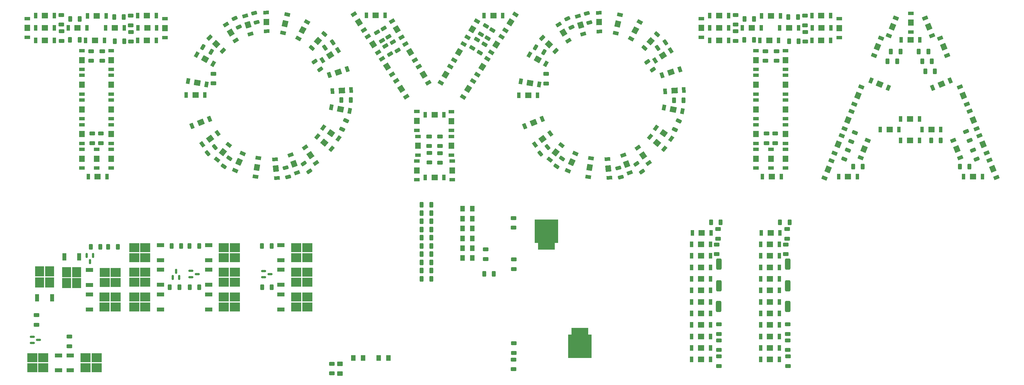
<source format=gbr>
%TF.GenerationSoftware,KiCad,Pcbnew,(6.0.0)*%
%TF.CreationDate,2022-05-15T11:53:32-07:00*%
%TF.ProjectId,Stencil,5374656e-6369-46c2-9e6b-696361645f70,rev?*%
%TF.SameCoordinates,Original*%
%TF.FileFunction,Paste,Top*%
%TF.FilePolarity,Positive*%
%FSLAX46Y46*%
G04 Gerber Fmt 4.6, Leading zero omitted, Abs format (unit mm)*
G04 Created by KiCad (PCBNEW (6.0.0)) date 2022-05-15 11:53:32*
%MOMM*%
%LPD*%
G01*
G04 APERTURE LIST*
G04 Aperture macros list*
%AMRoundRect*
0 Rectangle with rounded corners*
0 $1 Rounding radius*
0 $2 $3 $4 $5 $6 $7 $8 $9 X,Y pos of 4 corners*
0 Add a 4 corners polygon primitive as box body*
4,1,4,$2,$3,$4,$5,$6,$7,$8,$9,$2,$3,0*
0 Add four circle primitives for the rounded corners*
1,1,$1+$1,$2,$3*
1,1,$1+$1,$4,$5*
1,1,$1+$1,$6,$7*
1,1,$1+$1,$8,$9*
0 Add four rect primitives between the rounded corners*
20,1,$1+$1,$2,$3,$4,$5,0*
20,1,$1+$1,$4,$5,$6,$7,0*
20,1,$1+$1,$6,$7,$8,$9,0*
20,1,$1+$1,$8,$9,$2,$3,0*%
%AMRotRect*
0 Rectangle, with rotation*
0 The origin of the aperture is its center*
0 $1 length*
0 $2 width*
0 $3 Rotation angle, in degrees counterclockwise*
0 Add horizontal line*
21,1,$1,$2,0,0,$3*%
%AMFreePoly0*
4,1,21,3.042426,3.042426,3.060000,3.000000,3.060000,-4.000000,3.042426,-4.042426,3.000000,-4.060000,2.060000,-4.060000,2.060000,-6.000000,2.042426,-6.042426,2.000000,-6.060000,-3.000000,-6.060000,-3.042426,-6.042426,-3.060000,-6.000000,-3.060000,-4.060000,-4.000000,-4.060000,-4.042426,-4.042426,-4.060000,-4.000000,-4.060000,3.000000,-4.042426,3.042426,-4.000000,3.060000,3.000000,3.060000,
3.042426,3.042426,3.042426,3.042426,$1*%
G04 Aperture macros list end*
%ADD10R,1.900000X1.700000*%
%ADD11R,1.100000X1.700000*%
%ADD12RoundRect,0.425000X0.425000X-1.275000X0.425000X1.275000X-0.425000X1.275000X-0.425000X-1.275000X0*%
%ADD13RoundRect,0.250000X0.625000X-0.312500X0.625000X0.312500X-0.625000X0.312500X-0.625000X-0.312500X0*%
%ADD14RoundRect,0.250000X-0.625000X0.312500X-0.625000X-0.312500X0.625000X-0.312500X0.625000X0.312500X0*%
%ADD15RoundRect,0.250000X0.312500X0.625000X-0.312500X0.625000X-0.312500X-0.625000X0.312500X-0.625000X0*%
%ADD16RotRect,1.900000X1.700000X292.000000*%
%ADD17RotRect,1.100000X1.700000X292.000000*%
%ADD18RoundRect,0.250000X-0.312500X-0.625000X0.312500X-0.625000X0.312500X0.625000X-0.312500X0.625000X0*%
%ADD19RoundRect,0.250000X-0.696554X0.055616X-0.462425X-0.523874X0.696554X-0.055616X0.462425X0.523874X0*%
%ADD20RoundRect,0.250000X-0.462425X0.523874X-0.696554X-0.055616X0.462425X-0.523874X0.696554X0.055616X0*%
%ADD21RotRect,1.900000X1.700000X95.400000*%
%ADD22RotRect,1.100000X1.700000X95.400000*%
%ADD23R,1.700000X1.900000*%
%ADD24R,1.700000X1.100000*%
%ADD25RoundRect,0.250000X0.332727X-0.614470X0.691213X-0.102500X-0.332727X0.614470X-0.691213X0.102500X0*%
%ADD26RotRect,1.900000X1.700000X57.500000*%
%ADD27RotRect,1.100000X1.700000X57.500000*%
%ADD28RoundRect,0.250000X0.684585X-0.140090X0.522823X0.463614X-0.684585X0.140090X-0.522823X-0.463614X0*%
%ADD29RoundRect,0.250000X0.697124X0.047952X0.379912X0.586471X-0.697124X-0.047952X-0.379912X-0.586471X0*%
%ADD30RotRect,1.900000X1.700000X213.000000*%
%ADD31RotRect,1.100000X1.700000X213.000000*%
%ADD32RotRect,1.900000X1.700000X183.600000*%
%ADD33RotRect,1.100000X1.700000X183.600000*%
%ADD34RotRect,1.900000X1.700000X248.000000*%
%ADD35RotRect,1.100000X1.700000X248.000000*%
%ADD36RotRect,1.900000X1.700000X257.100000*%
%ADD37RotRect,1.100000X1.700000X257.100000*%
%ADD38RotRect,1.900000X1.700000X122.500000*%
%ADD39RotRect,1.100000X1.700000X122.500000*%
%ADD40R,2.750000X3.050000*%
%ADD41R,1.200000X2.200000*%
%ADD42RotRect,1.900000X1.700000X286.500000*%
%ADD43RotRect,1.100000X1.700000X286.500000*%
%ADD44RoundRect,0.250000X-0.102500X0.691213X-0.614470X0.332727X0.102500X-0.691213X0.614470X-0.332727X0*%
%ADD45RotRect,1.900000X1.700000X120.500000*%
%ADD46RotRect,1.100000X1.700000X120.500000*%
%ADD47RoundRect,0.150000X-0.150000X0.587500X-0.150000X-0.587500X0.150000X-0.587500X0.150000X0.587500X0*%
%ADD48RoundRect,0.250001X0.462499X0.624999X-0.462499X0.624999X-0.462499X-0.624999X0.462499X-0.624999X0*%
%ADD49RotRect,1.900000X1.700000X301.200000*%
%ADD50RotRect,1.100000X1.700000X301.200000*%
%ADD51RotRect,1.900000X1.700000X21.900000*%
%ADD52RotRect,1.100000X1.700000X21.900000*%
%ADD53R,3.050000X2.750000*%
%ADD54R,2.200000X1.200000*%
%ADD55RoundRect,0.250000X-0.691213X-0.102500X-0.332727X-0.614470X0.691213X0.102500X0.332727X0.614470X0*%
%ADD56RotRect,1.900000X1.700000X242.400000*%
%ADD57RotRect,1.100000X1.700000X242.400000*%
%ADD58RoundRect,0.250000X0.696554X-0.055616X0.462425X0.523874X-0.696554X0.055616X-0.462425X-0.523874X0*%
%ADD59RotRect,1.900000X1.700000X112.000000*%
%ADD60RotRect,1.100000X1.700000X112.000000*%
%ADD61RotRect,1.900000X1.700000X271.800000*%
%ADD62RotRect,1.100000X1.700000X271.800000*%
%ADD63RotRect,1.900000X1.700000X68.000000*%
%ADD64RotRect,1.100000X1.700000X68.000000*%
%ADD65RotRect,1.900000X1.700000X315.900000*%
%ADD66RotRect,1.100000X1.700000X315.900000*%
%ADD67RoundRect,0.250000X-0.698511X0.019085X-0.434374X-0.547358X0.698511X-0.019085X0.434374X0.547358X0*%
%ADD68RotRect,1.900000X1.700000X350.300000*%
%ADD69RotRect,1.100000X1.700000X350.300000*%
%ADD70RoundRect,0.250000X0.691213X0.102500X0.332727X0.614470X-0.691213X-0.102500X-0.332727X-0.614470X0*%
%ADD71RoundRect,0.250000X0.162353X-0.679649X0.641131X-0.277907X-0.162353X0.679649X-0.641131X0.277907X0*%
%ADD72RotRect,1.900000X1.700000X36.600000*%
%ADD73RotRect,1.100000X1.700000X36.600000*%
%ADD74RoundRect,0.250000X-0.697124X-0.047952X-0.379912X-0.586471X0.697124X0.047952X0.379912X0.586471X0*%
%ADD75RotRect,1.900000X1.700000X330.600000*%
%ADD76RotRect,1.100000X1.700000X330.600000*%
%ADD77RotRect,1.900000X1.700000X80.700000*%
%ADD78RotRect,1.100000X1.700000X80.700000*%
%ADD79RotRect,1.900000X1.700000X144.200000*%
%ADD80RotRect,1.100000X1.700000X144.200000*%
%ADD81FreePoly0,0.000000*%
%ADD82RotRect,1.900000X1.700000X110.100000*%
%ADD83RotRect,1.100000X1.700000X110.100000*%
%ADD84RoundRect,0.150000X-0.587500X-0.150000X0.587500X-0.150000X0.587500X0.150000X-0.587500X0.150000X0*%
%ADD85RotRect,1.900000X1.700000X139.500000*%
%ADD86RotRect,1.100000X1.700000X139.500000*%
%ADD87RotRect,1.900000X1.700000X51.300000*%
%ADD88RotRect,1.100000X1.700000X51.300000*%
%ADD89RotRect,1.900000X1.700000X124.800000*%
%ADD90RotRect,1.100000X1.700000X124.800000*%
%ADD91RotRect,1.900000X1.700000X227.700000*%
%ADD92RotRect,1.100000X1.700000X227.700000*%
%ADD93RotRect,1.900000X1.700000X22.000000*%
%ADD94RotRect,1.100000X1.700000X22.000000*%
%ADD95FreePoly0,180.000000*%
%ADD96RoundRect,0.250000X-0.379912X0.586471X-0.697124X0.047952X0.379912X-0.586471X0.697124X-0.047952X0*%
%ADD97RotRect,1.900000X1.700000X168.900000*%
%ADD98RotRect,1.100000X1.700000X168.900000*%
%ADD99RotRect,1.900000X1.700000X198.300000*%
%ADD100RotRect,1.100000X1.700000X198.300000*%
%ADD101RoundRect,0.250000X0.379912X-0.586471X0.697124X-0.047952X-0.379912X0.586471X-0.697124X0.047952X0*%
%ADD102RoundRect,0.250001X-0.624999X0.462499X-0.624999X-0.462499X0.624999X-0.462499X0.624999X0.462499X0*%
%ADD103RoundRect,0.250000X-0.583133X-0.385016X-0.041867X-0.697516X0.583133X0.385016X0.041867X0.697516X0*%
%ADD104RotRect,1.900000X1.700000X59.500000*%
%ADD105RotRect,1.100000X1.700000X59.500000*%
%ADD106RoundRect,0.150000X0.150000X-0.587500X0.150000X0.587500X-0.150000X0.587500X-0.150000X-0.587500X0*%
%ADD107RotRect,1.900000X1.700000X66.000000*%
%ADD108RotRect,1.100000X1.700000X66.000000*%
%ADD109RotRect,1.900000X1.700000X158.000000*%
%ADD110RotRect,1.100000X1.700000X158.000000*%
%ADD111RoundRect,0.250000X-0.434374X0.547358X-0.698511X-0.019085X0.434374X-0.547358X0.698511X0.019085X0*%
%ADD112RoundRect,0.250000X0.462425X-0.523874X0.696554X0.055616X-0.462425X0.523874X-0.696554X-0.055616X0*%
G04 APERTURE END LIST*
D10*
%TO.C,D152*%
X255833103Y-132191820D03*
D11*
X258683103Y-132191820D03*
X252983103Y-132191820D03*
%TD*%
D12*
%TO.C,wht-*%
X261208103Y-106749999D03*
%TD*%
D13*
%TO.C,R74*%
X261243103Y-127934320D03*
X261243103Y-125009320D03*
%TD*%
D10*
%TO.C,D154*%
X255833103Y-118191820D03*
D11*
X258683103Y-118191820D03*
X252983103Y-118191820D03*
%TD*%
D10*
%TO.C,D149*%
X255833103Y-107691820D03*
D11*
X258683103Y-107691820D03*
X252983103Y-107691820D03*
%TD*%
D10*
%TO.C,D156*%
X255833103Y-104191820D03*
D11*
X258683103Y-104191820D03*
X252983103Y-104191820D03*
%TD*%
D10*
%TO.C,D151*%
X255833103Y-125191820D03*
D11*
X252983103Y-125191820D03*
X258683103Y-125191820D03*
%TD*%
D10*
%TO.C,D155*%
X256033103Y-97191820D03*
D11*
X253183103Y-97191820D03*
X258883103Y-97191820D03*
%TD*%
D10*
%TO.C,D147*%
X255833103Y-114691820D03*
D11*
X258683103Y-114691820D03*
X252983103Y-114691820D03*
%TD*%
D14*
%TO.C,R73*%
X261283103Y-134749320D03*
X261283103Y-137674320D03*
%TD*%
D10*
%TO.C,D153*%
X255833103Y-111191820D03*
D11*
X252983103Y-111191820D03*
X258683103Y-111191820D03*
%TD*%
D10*
%TO.C,D145*%
X255833103Y-135691820D03*
D11*
X258683103Y-135691820D03*
X252983103Y-135691820D03*
%TD*%
D10*
%TO.C,D146*%
X255833103Y-128691820D03*
D11*
X252983103Y-128691820D03*
X258683103Y-128691820D03*
%TD*%
D14*
%TO.C,R75*%
X261003103Y-96066820D03*
X261003103Y-98991820D03*
%TD*%
%TO.C,R76*%
X261253103Y-129891820D03*
X261253103Y-132816820D03*
%TD*%
D12*
%TO.C,amb-*%
X261183103Y-119616820D03*
%TD*%
D14*
%TO.C,R77*%
X260603103Y-100749320D03*
X260603103Y-103674320D03*
%TD*%
D12*
%TO.C,7V+*%
X261218583Y-113301820D03*
%TD*%
D15*
%TO.C,R78*%
X261775603Y-94019999D03*
X258850603Y-94019999D03*
%TD*%
D10*
%TO.C,D150*%
X255833103Y-100691820D03*
D11*
X252983103Y-100691820D03*
X258683103Y-100691820D03*
%TD*%
D10*
%TO.C,D148*%
X255833103Y-121691820D03*
D11*
X252983103Y-121691820D03*
X258683103Y-121691820D03*
%TD*%
D10*
%TO.C,D101*%
X256146908Y-31292962D03*
D11*
X253296908Y-31292962D03*
X258996908Y-31292962D03*
%TD*%
D16*
%TO.C,D139*%
X323570654Y-77740261D03*
D17*
X322503025Y-75097787D03*
X324638283Y-80382735D03*
%TD*%
D12*
%TO.C,7V+*%
X240271167Y-113301820D03*
%TD*%
D18*
%TO.C,R126*%
X149992500Y-101200000D03*
X152917500Y-101200000D03*
%TD*%
D14*
%TO.C,R19*%
X86741908Y-48850462D03*
X86741908Y-51775462D03*
%TD*%
D19*
%TO.C,R64*%
X317521908Y-72092962D03*
X318617632Y-74804975D03*
%TD*%
D13*
%TO.C,R142*%
X169415000Y-105162500D03*
X169415000Y-102237500D03*
%TD*%
D10*
%TO.C,D114*%
X261646908Y-34892962D03*
D11*
X264496908Y-34892962D03*
X258796908Y-34892962D03*
%TD*%
D20*
%TO.C,R62*%
X279521908Y-72092962D03*
X278426183Y-74804975D03*
%TD*%
D21*
%TO.C,D82*%
X206721908Y-77667962D03*
D22*
X206990117Y-80505314D03*
X206453699Y-74830610D03*
%TD*%
D23*
%TO.C,D115*%
X260496908Y-74692962D03*
D24*
X260496908Y-77542962D03*
X260496908Y-71842962D03*
%TD*%
D25*
%TO.C,R24*%
X89878141Y-76963117D03*
X91555852Y-74567098D03*
%TD*%
D26*
%TO.C,D53*%
X168393810Y-46740891D03*
D27*
X166862506Y-49144557D03*
X169925114Y-44337225D03*
%TD*%
D28*
%TO.C,R38*%
X200965936Y-33298510D03*
X200208890Y-30473177D03*
%TD*%
D15*
%TO.C,R61*%
X294464408Y-45112962D03*
X291539408Y-45112962D03*
%TD*%
D29*
%TO.C,R25*%
X139921908Y-37592962D03*
X138437358Y-35072697D03*
%TD*%
D18*
%TO.C,R66*%
X301021908Y-42092962D03*
X303946908Y-42092962D03*
%TD*%
D15*
%TO.C,R67*%
X295464408Y-42112962D03*
X292539408Y-42112962D03*
%TD*%
D30*
%TO.C,D30*%
X122182328Y-43224743D03*
D31*
X124572539Y-41672522D03*
X119792117Y-44776964D03*
%TD*%
D23*
%TO.C,D120*%
X260496908Y-59692962D03*
D24*
X260496908Y-62542962D03*
X260496908Y-56842962D03*
%TD*%
D32*
%TO.C,D31*%
X125728003Y-53945873D03*
D33*
X128572379Y-53766920D03*
X122883627Y-54124826D03*
%TD*%
D34*
%TO.C,D123*%
X276531350Y-70345374D03*
D35*
X277598979Y-67702900D03*
X275463721Y-72987848D03*
%TD*%
D29*
%TO.C,R32*%
X137921908Y-38792962D03*
X136437358Y-36272697D03*
%TD*%
D23*
%TO.C,D106*%
X251596908Y-52192962D03*
D24*
X251596908Y-55042962D03*
X251596908Y-49342962D03*
%TD*%
D10*
%TO.C,D15*%
X66521908Y-38692962D03*
D11*
X69371908Y-38692962D03*
X63671908Y-38692962D03*
%TD*%
D36*
%TO.C,D40*%
X108489223Y-33654525D03*
D37*
X109125486Y-30876456D03*
X107852960Y-36432594D03*
%TD*%
D38*
%TO.C,D49*%
X139490604Y-46689296D03*
D39*
X141021908Y-49092962D03*
X137959300Y-44285630D03*
%TD*%
D40*
%TO.C,Q23*%
X45185000Y-112495000D03*
X42135000Y-112495000D03*
X45185000Y-109145000D03*
X42135000Y-109145000D03*
D41*
X45940000Y-104520000D03*
X41380000Y-104520000D03*
%TD*%
D13*
%TO.C,R143*%
X177935000Y-95645000D03*
X177935000Y-92720000D03*
%TD*%
D11*
%TO.C,D154*%
X232035687Y-118191820D03*
X237735687Y-118191820D03*
D10*
X234885687Y-118191820D03*
%TD*%
D42*
%TO.C,D87*%
X198292567Y-34066247D03*
D43*
X197483123Y-31333611D03*
X199102011Y-36798883D03*
%TD*%
D13*
%TO.C,R74*%
X240295687Y-125009320D03*
X240295687Y-127934320D03*
%TD*%
D14*
%TO.C,R43*%
X187831908Y-48907486D03*
X187831908Y-51832486D03*
%TD*%
D10*
%TO.C,D100*%
X271496908Y-34942962D03*
D11*
X274346908Y-34942962D03*
X268646908Y-34942962D03*
%TD*%
%TO.C,D149*%
X232035687Y-107691820D03*
X237735687Y-107691820D03*
D10*
X234885687Y-107691820D03*
%TD*%
%TO.C,D109*%
X240396908Y-38692962D03*
D11*
X237546908Y-38692962D03*
X243246908Y-38692962D03*
%TD*%
D38*
%TO.C,D61*%
X135192207Y-39942164D03*
D39*
X136723511Y-42345830D03*
X133660903Y-37538498D03*
%TD*%
D23*
%TO.C,D70*%
X148871908Y-70742962D03*
D24*
X148871908Y-67892962D03*
X148871908Y-73592962D03*
%TD*%
D44*
%TO.C,R21*%
X122965006Y-39281961D03*
X120568987Y-40959672D03*
%TD*%
D23*
%TO.C,D9*%
X46721908Y-67192962D03*
D24*
X46721908Y-70042962D03*
X46721908Y-64342962D03*
%TD*%
D45*
%TO.C,D51*%
X150575424Y-49137319D03*
D46*
X152021908Y-51592962D03*
X149128940Y-46681676D03*
%TD*%
D13*
%TO.C,R50*%
X266476908Y-34135462D03*
X266476908Y-31210462D03*
%TD*%
D47*
%TO.C,Q24*%
X50135000Y-104082500D03*
X48235000Y-104082500D03*
X49185000Y-105957500D03*
%TD*%
D14*
%TO.C,R148*%
X177955000Y-105277500D03*
X177955000Y-108202500D03*
%TD*%
D10*
%TO.C,D144*%
X298371908Y-69092962D03*
D11*
X295521908Y-69092962D03*
X301221908Y-69092962D03*
%TD*%
D48*
%TO.C,D207*%
X165410000Y-92880000D03*
X162435000Y-92880000D03*
%TD*%
D11*
%TO.C,D152*%
X232035687Y-132191820D03*
X237735687Y-132191820D03*
D10*
X234885687Y-132191820D03*
%TD*%
%TO.C,D72*%
X153921908Y-61342962D03*
D11*
X151071908Y-61342962D03*
X156771908Y-61342962D03*
%TD*%
D23*
%TO.C,D104*%
X256146908Y-74692962D03*
D24*
X256146908Y-77542962D03*
X256146908Y-71842962D03*
%TD*%
D48*
%TO.C,D211*%
X165410000Y-104880000D03*
X162435000Y-104880000D03*
%TD*%
D49*
%TO.C,D75*%
X193085807Y-36368131D03*
D50*
X191609430Y-33930343D03*
X194562184Y-38805919D03*
%TD*%
D51*
%TO.C,D48*%
X82877551Y-63641940D03*
D52*
X80233218Y-64704955D03*
X85521884Y-62578925D03*
%TD*%
D13*
%TO.C,R144*%
X177915000Y-138662500D03*
X177915000Y-135737500D03*
%TD*%
D53*
%TO.C,Q1*%
X35010000Y-135195000D03*
X35010000Y-138245000D03*
X31660000Y-135195000D03*
X31660000Y-138245000D03*
D54*
X39635000Y-139000000D03*
X39635000Y-134440000D03*
%TD*%
D10*
%TO.C,D17*%
X45421908Y-34892962D03*
D11*
X48271908Y-34892962D03*
X42571908Y-34892962D03*
%TD*%
D55*
%TO.C,R15*%
X117460907Y-45149864D03*
X119138618Y-47545883D03*
%TD*%
D10*
%TO.C,D142*%
X298371908Y-62592962D03*
D11*
X301221908Y-62592962D03*
X295521908Y-62592962D03*
%TD*%
D56*
%TO.C,D77*%
X214920245Y-35681956D03*
D57*
X216240639Y-33156276D03*
X213599851Y-38207636D03*
%TD*%
D12*
%TO.C,wht-*%
X240260687Y-106749999D03*
%TD*%
D13*
%TO.C,R30*%
X155521908Y-70842962D03*
X155521908Y-67917962D03*
%TD*%
D45*
%TO.C,D52*%
X142454810Y-35351252D03*
D46*
X143901294Y-37806895D03*
X141008326Y-32895609D03*
%TD*%
D10*
%TO.C,D73*%
X182361908Y-55399986D03*
D11*
X185211908Y-55399986D03*
X179511908Y-55399986D03*
%TD*%
D13*
%TO.C,R98*%
X32915000Y-125162500D03*
X32915000Y-122237500D03*
%TD*%
D56*
%TO.C,D29*%
X113830245Y-35624932D03*
D57*
X115150639Y-33099252D03*
X112509851Y-38150612D03*
%TD*%
D10*
%TO.C,D2*%
X35521908Y-34942962D03*
D11*
X32671908Y-34942962D03*
X38371908Y-34942962D03*
%TD*%
D10*
%TO.C,D113*%
X250296908Y-34892962D03*
D11*
X253146908Y-34892962D03*
X247446908Y-34892962D03*
%TD*%
D38*
%TO.C,D50*%
X130893810Y-33195033D03*
D39*
X132425114Y-35598699D03*
X129362506Y-30791367D03*
%TD*%
D10*
%TO.C,D111*%
X271396908Y-38692962D03*
D11*
X274246908Y-38692962D03*
X268546908Y-38692962D03*
%TD*%
D48*
%TO.C,D208*%
X165410000Y-95880000D03*
X162435000Y-95880000D03*
%TD*%
D23*
%TO.C,D8*%
X51271908Y-74692962D03*
D24*
X51271908Y-77542962D03*
X51271908Y-71842962D03*
%TD*%
D10*
%TO.C,D110*%
X240396908Y-31192962D03*
D11*
X243246908Y-31192962D03*
X237546908Y-31192962D03*
%TD*%
D58*
%TO.C,R70*%
X316521908Y-69092962D03*
X315426184Y-66380949D03*
%TD*%
D15*
%TO.C,R22*%
X128464408Y-56862962D03*
X125539408Y-56862962D03*
%TD*%
%TO.C,R125*%
X76377500Y-113740000D03*
X73452500Y-113740000D03*
%TD*%
D23*
%TO.C,D57*%
X148521908Y-63182962D03*
D24*
X148521908Y-60332962D03*
X148521908Y-66032962D03*
%TD*%
D13*
%TO.C,R97*%
X42915000Y-131662500D03*
X42915000Y-128737500D03*
%TD*%
D59*
%TO.C,D127*%
X320573801Y-70322790D03*
D60*
X321641430Y-72965264D03*
X319506172Y-67680316D03*
%TD*%
D61*
%TO.C,D76*%
X203913019Y-33160965D03*
D62*
X203823498Y-30312371D03*
X204002540Y-36009559D03*
%TD*%
D10*
%TO.C,D102*%
X255596908Y-38692962D03*
D11*
X258446908Y-38692962D03*
X252746908Y-38692962D03*
%TD*%
D63*
%TO.C,D133*%
X293021908Y-34614807D03*
D64*
X291954279Y-37257281D03*
X294089537Y-31972333D03*
%TD*%
D14*
%TO.C,R10*%
X52541908Y-67000462D03*
X52541908Y-69925462D03*
%TD*%
D65*
%TO.C,D38*%
X87543598Y-39858902D03*
D66*
X85496938Y-37875551D03*
X89590258Y-41842253D03*
%TD*%
D13*
%TO.C,R36*%
X152271908Y-70842962D03*
X152271908Y-67917962D03*
%TD*%
D25*
%TO.C,R48*%
X190968141Y-77020141D03*
X192645852Y-74624122D03*
%TD*%
D36*
%TO.C,D88*%
X209579223Y-33711549D03*
D37*
X210215486Y-30933480D03*
X208942960Y-36489618D03*
%TD*%
D18*
%TO.C,R130*%
X79492500Y-113700000D03*
X82417500Y-113700000D03*
%TD*%
D26*
%TO.C,D54*%
X176990604Y-33246628D03*
D27*
X175459300Y-35650294D03*
X178521908Y-30842962D03*
%TD*%
D53*
%TO.C,Q34*%
X89860000Y-112245000D03*
X93210000Y-112245000D03*
X89860000Y-109195000D03*
X93210000Y-109195000D03*
D54*
X85235000Y-108440000D03*
X85235000Y-113000000D03*
%TD*%
D14*
%TO.C,R73*%
X240335687Y-137674320D03*
X240335687Y-134749320D03*
%TD*%
D67*
%TO.C,R44*%
X194270407Y-32084185D03*
X195506566Y-34735135D03*
%TD*%
D10*
%TO.C,D13*%
X35521908Y-38692962D03*
D11*
X32671908Y-38692962D03*
X38371908Y-38692962D03*
%TD*%
D10*
%TO.C,D67*%
X171771908Y-31217962D03*
D11*
X168921908Y-31217962D03*
X174621908Y-31217962D03*
%TD*%
D18*
%TO.C,R131*%
X149992500Y-108700000D03*
X152917500Y-108700000D03*
%TD*%
D11*
%TO.C,D153*%
X237735687Y-111191820D03*
X232035687Y-111191820D03*
D10*
X234885687Y-111191820D03*
%TD*%
%TO.C,D124*%
X279521908Y-80092962D03*
D11*
X276671908Y-80092962D03*
X282371908Y-80092962D03*
%TD*%
D14*
%TO.C,R12*%
X52941908Y-42000462D03*
X52941908Y-44925462D03*
%TD*%
D32*
%TO.C,D79*%
X226818003Y-54002897D03*
D33*
X229662379Y-53823944D03*
X223973627Y-54181850D03*
%TD*%
D10*
%TO.C,D16*%
X66521908Y-31192962D03*
D11*
X63671908Y-31192962D03*
X69371908Y-31192962D03*
%TD*%
D28*
%TO.C,R14*%
X99875936Y-33241486D03*
X99118890Y-30416153D03*
%TD*%
D10*
%TO.C,D103*%
X256396908Y-80092962D03*
D11*
X253546908Y-80092962D03*
X259246908Y-80092962D03*
%TD*%
D14*
%TO.C,R52*%
X254741908Y-67000462D03*
X254741908Y-69925462D03*
%TD*%
D23*
%TO.C,D58*%
X148521908Y-78242962D03*
D24*
X148521908Y-75392962D03*
X148521908Y-81092962D03*
%TD*%
D16*
%TO.C,D140*%
X317576948Y-62905319D03*
D17*
X316509319Y-60262845D03*
X318644577Y-65547793D03*
%TD*%
D68*
%TO.C,D37*%
X81821908Y-51592962D03*
D69*
X79012653Y-51112767D03*
X84631163Y-52073157D03*
%TD*%
D70*
%TO.C,R23*%
X115832909Y-78536060D03*
X114155198Y-76140041D03*
%TD*%
D71*
%TO.C,R42*%
X185994033Y-73061886D03*
X188234713Y-71181732D03*
%TD*%
D23*
%TO.C,D22*%
X46721908Y-59692962D03*
D24*
X46721908Y-62542962D03*
X46721908Y-56842962D03*
%TD*%
D10*
%TO.C,D69*%
X153921908Y-80342962D03*
D11*
X151071908Y-80342962D03*
X156771908Y-80342962D03*
%TD*%
D18*
%TO.C,R123*%
X73992500Y-101200000D03*
X76917500Y-101200000D03*
%TD*%
D26*
%TO.C,D65*%
X172692207Y-39993759D03*
D27*
X171160903Y-42397425D03*
X174223511Y-37590093D03*
%TD*%
D53*
%TO.C,Q31*%
X66010000Y-119745000D03*
X66010000Y-116695000D03*
X62660000Y-116695000D03*
X62660000Y-119745000D03*
D54*
X70635000Y-120500000D03*
X70635000Y-115940000D03*
%TD*%
D53*
%TO.C,Q28*%
X66010000Y-101695000D03*
X62660000Y-101695000D03*
X62660000Y-104745000D03*
X66010000Y-104745000D03*
D54*
X70635000Y-105500000D03*
X70635000Y-100940000D03*
%TD*%
D63*
%TO.C,D122*%
X288518761Y-40675491D03*
D64*
X287451132Y-43317965D03*
X289586390Y-38033017D03*
%TD*%
D18*
%TO.C,R49*%
X248054408Y-32172962D03*
X250979408Y-32172962D03*
%TD*%
D45*
%TO.C,D64*%
X146515117Y-42244285D03*
D46*
X147961601Y-44699928D03*
X145068633Y-39788642D03*
%TD*%
D14*
%TO.C,R8*%
X61641908Y-36150462D03*
X61641908Y-39075462D03*
%TD*%
D72*
%TO.C,D36*%
X85659219Y-68608965D03*
D73*
X83371189Y-70308206D03*
X87947249Y-66909724D03*
%TD*%
D34*
%TO.C,D141*%
X284454279Y-71735436D03*
D35*
X285521908Y-69092962D03*
X283386650Y-74377910D03*
%TD*%
D53*
%TO.C,Q20*%
X53660000Y-109220000D03*
X53660000Y-112270000D03*
X57010000Y-109220000D03*
X57010000Y-112270000D03*
D54*
X49035000Y-108465000D03*
X49035000Y-113025000D03*
%TD*%
D23*
%TO.C,D19*%
X55621908Y-74692962D03*
D24*
X55621908Y-77542962D03*
X55621908Y-71842962D03*
%TD*%
D13*
%TO.C,R9*%
X40501908Y-33935462D03*
X40501908Y-31010462D03*
%TD*%
D59*
%TO.C,D126*%
X308586390Y-40652906D03*
D60*
X309654019Y-43295380D03*
X307518761Y-38010432D03*
%TD*%
D74*
%TO.C,R31*%
X138921908Y-40392962D03*
X140406458Y-42913227D03*
%TD*%
D75*
%TO.C,D74*%
X185227401Y-44477377D03*
D76*
X182744442Y-43078301D03*
X187710360Y-45876453D03*
%TD*%
D14*
%TO.C,R56*%
X266516908Y-36150462D03*
X266516908Y-39075462D03*
%TD*%
D15*
%TO.C,R46*%
X229554408Y-56919986D03*
X226629408Y-56919986D03*
%TD*%
D18*
%TO.C,R139*%
X168992500Y-109700000D03*
X171917500Y-109700000D03*
%TD*%
%TO.C,R108*%
X149992500Y-93700000D03*
X152917500Y-93700000D03*
%TD*%
D23*
%TO.C,D24*%
X55621908Y-59692962D03*
D24*
X55621908Y-62542962D03*
X55621908Y-56842962D03*
%TD*%
D18*
%TO.C,R112*%
X149992500Y-91200000D03*
X152917500Y-91200000D03*
%TD*%
D23*
%TO.C,D59*%
X159021908Y-63242962D03*
D24*
X159021908Y-60392962D03*
X159021908Y-66092962D03*
%TD*%
D77*
%TO.C,D46*%
X99926223Y-77300502D03*
D78*
X99465652Y-80113041D03*
X100386794Y-74487963D03*
%TD*%
D48*
%TO.C,D213*%
X132172500Y-135220000D03*
X129197500Y-135220000D03*
%TD*%
D23*
%TO.C,D119*%
X260496908Y-44692962D03*
D24*
X260496908Y-47542962D03*
X260496908Y-41842962D03*
%TD*%
D53*
%TO.C,Q39*%
X111860000Y-119745000D03*
X115210000Y-119745000D03*
X111860000Y-116695000D03*
X115210000Y-116695000D03*
D54*
X107235000Y-115940000D03*
X107235000Y-120500000D03*
%TD*%
D10*
%TO.C,D112*%
X271396908Y-31192962D03*
D11*
X268546908Y-31192962D03*
X274246908Y-31192962D03*
%TD*%
D79*
%TO.C,D32*%
X122421908Y-66892962D03*
D80*
X124733440Y-68560091D03*
X120110376Y-65225833D03*
%TD*%
D15*
%TO.C,R59*%
X250939408Y-38512962D03*
X248014408Y-38512962D03*
%TD*%
D11*
%TO.C,D155*%
X237935687Y-97191820D03*
X232235687Y-97191820D03*
D10*
X235085687Y-97191820D03*
%TD*%
D23*
%TO.C,D21*%
X46721908Y-44692962D03*
D24*
X46721908Y-47542962D03*
X46721908Y-41842962D03*
%TD*%
D48*
%TO.C,D206*%
X165410000Y-89880000D03*
X162435000Y-89880000D03*
%TD*%
D63*
%TO.C,D121*%
X282525055Y-55510433D03*
D64*
X281457426Y-58152907D03*
X283592684Y-52867959D03*
%TD*%
D81*
%TO.C,Q41*%
X188435000Y-96220000D03*
%TD*%
D11*
%TO.C,D147*%
X232035687Y-114691820D03*
X237735687Y-114691820D03*
D10*
X234885687Y-114691820D03*
%TD*%
D70*
%TO.C,R47*%
X216922909Y-78593084D03*
X215245198Y-76197065D03*
%TD*%
D10*
%TO.C,D25*%
X81271908Y-55342962D03*
D11*
X84121908Y-55342962D03*
X78421908Y-55342962D03*
%TD*%
%TO.C,D151*%
X237735687Y-125191820D03*
X232035687Y-125191820D03*
D10*
X234885687Y-125191820D03*
%TD*%
D74*
%TO.C,R26*%
X141207016Y-39239911D03*
X142691566Y-41760176D03*
%TD*%
D18*
%TO.C,R104*%
X149992500Y-96200000D03*
X152917500Y-96200000D03*
%TD*%
D13*
%TO.C,R2*%
X61601908Y-34135462D03*
X61601908Y-31210462D03*
%TD*%
D18*
%TO.C,R138*%
X101492500Y-113700000D03*
X104417500Y-113700000D03*
%TD*%
D15*
%TO.C,R3*%
X59464408Y-31612962D03*
X56539408Y-31612962D03*
%TD*%
D23*
%TO.C,D60*%
X159271908Y-78242962D03*
D24*
X159271908Y-75392962D03*
X159271908Y-81092962D03*
%TD*%
D82*
%TO.C,D45*%
X111168336Y-76237809D03*
D83*
X112147766Y-78914228D03*
X110188906Y-73561390D03*
%TD*%
D14*
%TO.C,R4*%
X49866908Y-67000462D03*
X49866908Y-69925462D03*
%TD*%
D84*
%TO.C,Q4*%
X31647500Y-128770000D03*
X31647500Y-130670000D03*
X33522500Y-129720000D03*
%TD*%
D85*
%TO.C,D92*%
X221530941Y-69850205D03*
D86*
X223698098Y-71701132D03*
X219363784Y-67999278D03*
%TD*%
D10*
%TO.C,D129*%
X292171908Y-65842962D03*
D11*
X289321908Y-65842962D03*
X295021908Y-65842962D03*
%TD*%
D23*
%TO.C,D116*%
X251596908Y-74692962D03*
D24*
X251596908Y-71842962D03*
X251596908Y-77542962D03*
%TD*%
D34*
%TO.C,D135*%
X273478306Y-77901923D03*
D35*
X274545935Y-75259449D03*
X272410677Y-80544397D03*
%TD*%
D21*
%TO.C,D34*%
X105721908Y-77692962D03*
D22*
X105990117Y-80530314D03*
X105453699Y-74855610D03*
%TD*%
D23*
%TO.C,D97*%
X234996908Y-34942962D03*
D24*
X234996908Y-32092962D03*
X234996908Y-37792962D03*
%TD*%
D23*
%TO.C,D99*%
X276896908Y-34992962D03*
D24*
X276896908Y-32142962D03*
X276896908Y-37842962D03*
%TD*%
D14*
%TO.C,R75*%
X240055687Y-98991820D03*
X240055687Y-96066820D03*
%TD*%
D87*
%TO.C,D95*%
X190700259Y-72764563D03*
D88*
X188918317Y-74988790D03*
X192482201Y-70540336D03*
%TD*%
D13*
%TO.C,R57*%
X245376908Y-33935462D03*
X245376908Y-31010462D03*
%TD*%
D23*
%TO.C,D118*%
X251596908Y-59692962D03*
D24*
X251596908Y-62542962D03*
X251596908Y-56842962D03*
%TD*%
D23*
%TO.C,D117*%
X251596908Y-44692962D03*
D24*
X251596908Y-47542962D03*
X251596908Y-41842962D03*
%TD*%
D38*
%TO.C,D62*%
X143789001Y-53436428D03*
D39*
X145320305Y-55840094D03*
X142257697Y-51032762D03*
%TD*%
D18*
%TO.C,R128*%
X149992500Y-106200000D03*
X152917500Y-106200000D03*
%TD*%
D14*
%TO.C,R76*%
X240305687Y-132816820D03*
X240305687Y-129891820D03*
%TD*%
D12*
%TO.C,amb-*%
X240235687Y-119616820D03*
%TD*%
D89*
%TO.C,D33*%
X116220285Y-73613532D03*
D90*
X117846819Y-75953807D03*
X114593751Y-71273257D03*
%TD*%
D15*
%TO.C,R72*%
X316446908Y-77092962D03*
X313521908Y-77092962D03*
%TD*%
%TO.C,R6*%
X59664408Y-39012962D03*
X56739408Y-39012962D03*
%TD*%
D55*
%TO.C,R39*%
X218550907Y-45206888D03*
X220228618Y-47602907D03*
%TD*%
D18*
%TO.C,R1*%
X43179408Y-32172962D03*
X46104408Y-32172962D03*
%TD*%
%TO.C,R63*%
X303021908Y-48092962D03*
X305946908Y-48092962D03*
%TD*%
D23*
%TO.C,D23*%
X55621908Y-44692962D03*
D24*
X55621908Y-47542962D03*
X55621908Y-41842962D03*
%TD*%
D48*
%TO.C,D209*%
X165410000Y-98880000D03*
X162435000Y-98880000D03*
%TD*%
D11*
%TO.C,D146*%
X237735687Y-128691820D03*
X232035687Y-128691820D03*
D10*
X234885687Y-128691820D03*
%TD*%
D91*
%TO.C,D41*%
X118496436Y-38886170D03*
D92*
X120414522Y-36778221D03*
X116578350Y-40994119D03*
%TD*%
D18*
%TO.C,R127*%
X149992500Y-103700000D03*
X152917500Y-103700000D03*
%TD*%
D10*
%TO.C,D7*%
X51521908Y-80092962D03*
D11*
X48671908Y-80092962D03*
X54371908Y-80092962D03*
%TD*%
D18*
%TO.C,R120*%
X149992500Y-98700000D03*
X152917500Y-98700000D03*
%TD*%
D10*
%TO.C,D5*%
X51271908Y-31292962D03*
D11*
X48421908Y-31292962D03*
X54121908Y-31292962D03*
%TD*%
D14*
%TO.C,R146*%
X177955000Y-130777500D03*
X177955000Y-133702500D03*
%TD*%
D11*
%TO.C,D145*%
X232035687Y-135691820D03*
X237735687Y-135691820D03*
D10*
X234885687Y-135691820D03*
%TD*%
%TO.C,D63*%
X136021908Y-31092962D03*
D11*
X138871908Y-31092962D03*
X133171908Y-31092962D03*
%TD*%
D26*
%TO.C,D66*%
X164095413Y-53488023D03*
D27*
X162564109Y-55891689D03*
X165626717Y-51084357D03*
%TD*%
D53*
%TO.C,Q3*%
X51210000Y-138245000D03*
X47860000Y-135195000D03*
X51210000Y-135195000D03*
X47860000Y-138245000D03*
D54*
X43235000Y-134440000D03*
X43235000Y-139000000D03*
%TD*%
D79*
%TO.C,D80*%
X223511908Y-66949986D03*
D80*
X225823440Y-68617115D03*
X221200376Y-65282857D03*
%TD*%
D13*
%TO.C,R124*%
X122665000Y-139912500D03*
X122665000Y-136987500D03*
%TD*%
D49*
%TO.C,D27*%
X91995807Y-36311107D03*
D50*
X90519430Y-33873319D03*
X93472184Y-38748895D03*
%TD*%
D44*
%TO.C,R45*%
X224055006Y-39338985D03*
X221658987Y-41016696D03*
%TD*%
D23*
%TO.C,D105*%
X251596908Y-67192962D03*
D24*
X251596908Y-70042962D03*
X251596908Y-64342962D03*
%TD*%
D23*
%TO.C,D10*%
X46721908Y-52192962D03*
D24*
X46721908Y-55042962D03*
X46721908Y-49342962D03*
%TD*%
D28*
%TO.C,R41*%
X210465936Y-80298510D03*
X209708890Y-77473177D03*
%TD*%
D53*
%TO.C,Q21*%
X53635000Y-119770000D03*
X56985000Y-119770000D03*
X56985000Y-116720000D03*
X53635000Y-116720000D03*
D54*
X49010000Y-115965000D03*
X49010000Y-120525000D03*
%TD*%
D15*
%TO.C,R129*%
X82377500Y-101240000D03*
X79452500Y-101240000D03*
%TD*%
D85*
%TO.C,D44*%
X120440941Y-69793181D03*
D86*
X122608098Y-71644108D03*
X118273784Y-67942254D03*
%TD*%
D93*
%TO.C,D138*%
X307914382Y-52025333D03*
D94*
X305271908Y-53092962D03*
X310556856Y-50957704D03*
%TD*%
D23*
%TO.C,D108*%
X260496908Y-52192962D03*
D24*
X260496908Y-55042962D03*
X260496908Y-49342962D03*
%TD*%
D23*
%TO.C,D132*%
X298621908Y-33342962D03*
D24*
X298621908Y-36192962D03*
X298621908Y-30492962D03*
%TD*%
D53*
%TO.C,Q37*%
X111860000Y-104745000D03*
X115210000Y-101695000D03*
X115210000Y-104745000D03*
X111860000Y-101695000D03*
D54*
X107235000Y-100940000D03*
X107235000Y-105500000D03*
%TD*%
D16*
%TO.C,D143*%
X312589537Y-71735436D03*
D17*
X311521908Y-69092962D03*
X313657166Y-74377910D03*
%TD*%
D18*
%TO.C,R69*%
X302079408Y-45092962D03*
X305004408Y-45092962D03*
%TD*%
D95*
%TO.C,Q42*%
X197535000Y-132220000D03*
%TD*%
D96*
%TO.C,R34*%
X166821908Y-38492962D03*
X165337358Y-41013227D03*
%TD*%
D87*
%TO.C,D47*%
X89610259Y-72707539D03*
D88*
X87828317Y-74931766D03*
X91392201Y-70483312D03*
%TD*%
D97*
%TO.C,D91*%
X226445670Y-59683600D03*
D98*
X229242354Y-60232288D03*
X223648986Y-59134912D03*
%TD*%
D99*
%TO.C,D90*%
X225736625Y-48413654D03*
D100*
X228442488Y-47518776D03*
X223030762Y-49308532D03*
%TD*%
D23*
%TO.C,D107*%
X260496908Y-67192962D03*
D24*
X260496908Y-70042962D03*
X260496908Y-64342962D03*
%TD*%
D84*
%TO.C,Q40*%
X101997500Y-108820000D03*
X101997500Y-110720000D03*
X103872500Y-109770000D03*
%TD*%
D11*
%TO.C,D156*%
X232035687Y-104191820D03*
X237735687Y-104191820D03*
D10*
X234885687Y-104191820D03*
%TD*%
D23*
%TO.C,D12*%
X55621908Y-52192962D03*
D24*
X55621908Y-55042962D03*
X55621908Y-49342962D03*
%TD*%
D99*
%TO.C,D42*%
X124646625Y-48356630D03*
D100*
X127352488Y-47461752D03*
X121940762Y-49251508D03*
%TD*%
D30*
%TO.C,D78*%
X223272328Y-43281767D03*
D31*
X225662539Y-41729546D03*
X220882117Y-44833988D03*
%TD*%
D65*
%TO.C,D86*%
X188633598Y-39915926D03*
D66*
X186586938Y-37932575D03*
X190680258Y-41899277D03*
%TD*%
D14*
%TO.C,R60*%
X257816908Y-42000462D03*
X257816908Y-44925462D03*
%TD*%
D15*
%TO.C,R65*%
X307714408Y-69112962D03*
X304789408Y-69112962D03*
%TD*%
D18*
%TO.C,R117*%
X49442500Y-101450000D03*
X52367500Y-101450000D03*
%TD*%
D53*
%TO.C,Q38*%
X111860000Y-109195000D03*
X111860000Y-112245000D03*
X115210000Y-109195000D03*
X115210000Y-112245000D03*
D54*
X107235000Y-108440000D03*
X107235000Y-113000000D03*
%TD*%
D77*
%TO.C,D94*%
X201016223Y-77357526D03*
D78*
X200555652Y-80170065D03*
X201476794Y-74544987D03*
%TD*%
D14*
%TO.C,R5*%
X49541908Y-42000462D03*
X49541908Y-44925462D03*
%TD*%
D18*
%TO.C,R115*%
X54742500Y-101450000D03*
X57667500Y-101450000D03*
%TD*%
D14*
%TO.C,R55*%
X245416908Y-35950462D03*
X245416908Y-38875462D03*
%TD*%
%TO.C,R53*%
X254416908Y-42000462D03*
X254416908Y-44925462D03*
%TD*%
D53*
%TO.C,Q35*%
X89860000Y-119745000D03*
X93210000Y-119745000D03*
X89860000Y-116695000D03*
X93210000Y-116695000D03*
D54*
X85235000Y-115940000D03*
X85235000Y-120500000D03*
%TD*%
D96*
%TO.C,R33*%
X169121908Y-39892962D03*
X167637358Y-42413227D03*
%TD*%
D15*
%TO.C,R137*%
X104377500Y-101240000D03*
X101452500Y-101240000D03*
%TD*%
D48*
%TO.C,D214*%
X139922500Y-135220000D03*
X136947500Y-135220000D03*
%TD*%
D89*
%TO.C,D81*%
X217310285Y-73670556D03*
D90*
X218936819Y-76010831D03*
X215683751Y-71330281D03*
%TD*%
D14*
%TO.C,R7*%
X40541908Y-35950462D03*
X40541908Y-38875462D03*
%TD*%
D101*
%TO.C,R28*%
X168022551Y-36825711D03*
X169507101Y-34305446D03*
%TD*%
D10*
%TO.C,D98*%
X240396908Y-34942962D03*
D11*
X237546908Y-34942962D03*
X243246908Y-34942962D03*
%TD*%
D34*
%TO.C,D136*%
X279528203Y-62927903D03*
D35*
X280595832Y-60285429D03*
X278460574Y-65570377D03*
%TD*%
D28*
%TO.C,R17*%
X109375936Y-80241486D03*
X108618890Y-77416153D03*
%TD*%
D15*
%TO.C,R51*%
X264339408Y-31612962D03*
X261414408Y-31612962D03*
%TD*%
D91*
%TO.C,D89*%
X219586436Y-38943194D03*
D92*
X221504522Y-36835245D03*
X217668350Y-41051143D03*
%TD*%
D10*
%TO.C,D128*%
X317521908Y-80092962D03*
D11*
X320371908Y-80092962D03*
X314671908Y-80092962D03*
%TD*%
D53*
%TO.C,Q29*%
X66010000Y-112245000D03*
X62660000Y-109195000D03*
X66010000Y-109195000D03*
X62660000Y-112245000D03*
D54*
X70635000Y-113000000D03*
X70635000Y-108440000D03*
%TD*%
D72*
%TO.C,D84*%
X186749219Y-68665989D03*
D73*
X184461189Y-70365230D03*
X189037249Y-66966748D03*
%TD*%
D15*
%TO.C,R11*%
X46064408Y-38512962D03*
X43139408Y-38512962D03*
%TD*%
D102*
%TO.C,D212*%
X125185000Y-136982500D03*
X125185000Y-139957500D03*
%TD*%
D14*
%TO.C,R29*%
X152291908Y-72900462D03*
X152291908Y-75825462D03*
%TD*%
D68*
%TO.C,D85*%
X182911908Y-51649986D03*
D69*
X180102653Y-51169791D03*
X185721163Y-52130181D03*
%TD*%
D10*
%TO.C,D18*%
X56771908Y-34892962D03*
D11*
X59621908Y-34892962D03*
X53921908Y-34892962D03*
%TD*%
D103*
%TO.C,R13*%
X83482666Y-40754391D03*
X86015791Y-42216891D03*
%TD*%
D14*
%TO.C,R77*%
X239655687Y-103674320D03*
X239655687Y-100749320D03*
%TD*%
D104*
%TO.C,D56*%
X165339006Y-35351253D03*
D105*
X163892522Y-37806896D03*
X166785490Y-32895610D03*
%TD*%
D10*
%TO.C,D6*%
X50721908Y-38692962D03*
D11*
X53571908Y-38692962D03*
X47871908Y-38692962D03*
%TD*%
D51*
%TO.C,D96*%
X183967551Y-63698964D03*
D52*
X181323218Y-64761979D03*
X186611884Y-62635949D03*
%TD*%
D18*
%TO.C,R119*%
X149992500Y-88700000D03*
X152917500Y-88700000D03*
%TD*%
%TO.C,R100*%
X149992500Y-111200000D03*
X152917500Y-111200000D03*
%TD*%
D53*
%TO.C,Q33*%
X93210000Y-101695000D03*
X89860000Y-101695000D03*
X89860000Y-104745000D03*
X93210000Y-104745000D03*
D54*
X85235000Y-100940000D03*
X85235000Y-105500000D03*
%TD*%
D40*
%TO.C,Q2*%
X33910000Y-112295000D03*
X36960000Y-108945000D03*
X36960000Y-112295000D03*
X33910000Y-108945000D03*
D41*
X33155000Y-116920000D03*
X37715000Y-116920000D03*
%TD*%
D23*
%TO.C,D11*%
X55621908Y-67192962D03*
D24*
X55621908Y-70042962D03*
X55621908Y-64342962D03*
%TD*%
D23*
%TO.C,D20*%
X46721908Y-74692962D03*
D24*
X46721908Y-71842962D03*
X46721908Y-77542962D03*
%TD*%
D82*
%TO.C,D93*%
X212258336Y-76294833D03*
D83*
X213237766Y-78971252D03*
X211278906Y-73618414D03*
%TD*%
D10*
%TO.C,D130*%
X304871908Y-65842962D03*
D11*
X302021908Y-65842962D03*
X307721908Y-65842962D03*
%TD*%
D18*
%TO.C,R71*%
X281079408Y-77072962D03*
X284004408Y-77072962D03*
%TD*%
D67*
%TO.C,R20*%
X93180407Y-32027161D03*
X94416566Y-34678111D03*
%TD*%
D42*
%TO.C,D39*%
X97202567Y-34009223D03*
D43*
X96393123Y-31276587D03*
X98012011Y-36741859D03*
%TD*%
D59*
%TO.C,D137*%
X304021908Y-34614807D03*
D60*
X305089537Y-37257281D03*
X302954279Y-31972333D03*
%TD*%
D59*
%TO.C,D125*%
X314580096Y-55487848D03*
D60*
X315647725Y-58130322D03*
X313512467Y-52845374D03*
%TD*%
D106*
%TO.C,Q32*%
X74385000Y-110807500D03*
X76285000Y-110807500D03*
X75335000Y-108932500D03*
%TD*%
D11*
%TO.C,D148*%
X237735687Y-121691820D03*
X232035687Y-121691820D03*
D10*
X234885687Y-121691820D03*
%TD*%
D75*
%TO.C,D26*%
X84137401Y-44420353D03*
D76*
X81654442Y-43021277D03*
X86620360Y-45819429D03*
%TD*%
D23*
%TO.C,D71*%
X159021908Y-70742962D03*
D24*
X159021908Y-67892962D03*
X159021908Y-73592962D03*
%TD*%
D103*
%TO.C,R37*%
X184572666Y-40811415D03*
X187105791Y-42273915D03*
%TD*%
D48*
%TO.C,D210*%
X165410000Y-101880000D03*
X162435000Y-101880000D03*
%TD*%
D107*
%TO.C,D35*%
X94472018Y-75669348D03*
D108*
X93312819Y-78272953D03*
X95631217Y-73065743D03*
%TD*%
D11*
%TO.C,D150*%
X237735687Y-100691820D03*
X232035687Y-100691820D03*
D10*
X234885687Y-100691820D03*
%TD*%
D14*
%TO.C,R35*%
X155521908Y-72992962D03*
X155521908Y-75917962D03*
%TD*%
D71*
%TO.C,R18*%
X84904033Y-73004862D03*
X87144713Y-71124708D03*
%TD*%
D23*
%TO.C,D1*%
X30121908Y-34942962D03*
D24*
X30121908Y-32092962D03*
X30121908Y-37792962D03*
%TD*%
D61*
%TO.C,D28*%
X102823019Y-33103941D03*
D62*
X102733498Y-30255347D03*
X102912540Y-35952535D03*
%TD*%
D10*
%TO.C,D14*%
X35521908Y-31192962D03*
D11*
X38371908Y-31192962D03*
X32671908Y-31192962D03*
%TD*%
D107*
%TO.C,D83*%
X195562018Y-75726372D03*
D108*
X194402819Y-78329977D03*
X196721217Y-73122767D03*
%TD*%
D10*
%TO.C,D131*%
X298521908Y-38592962D03*
D11*
X301371908Y-38592962D03*
X295671908Y-38592962D03*
%TD*%
D109*
%TO.C,D134*%
X289173753Y-52025333D03*
D110*
X291816227Y-53092962D03*
X286531279Y-50957704D03*
%TD*%
D15*
%TO.C,R78*%
X237903187Y-94019999D03*
X240828187Y-94019999D03*
%TD*%
D10*
%TO.C,D4*%
X66621908Y-34942962D03*
D11*
X69471908Y-34942962D03*
X63771908Y-34942962D03*
%TD*%
D14*
%TO.C,R58*%
X257416908Y-67000462D03*
X257416908Y-69925462D03*
%TD*%
D84*
%TO.C,Q36*%
X79897500Y-108770000D03*
X79897500Y-110670000D03*
X81772500Y-109720000D03*
%TD*%
D111*
%TO.C,R40*%
X228139661Y-63151089D03*
X226903503Y-65802040D03*
%TD*%
D112*
%TO.C,R68*%
X280521908Y-69422933D03*
X281617633Y-66710920D03*
%TD*%
D111*
%TO.C,R16*%
X127049661Y-63094065D03*
X125813503Y-65745016D03*
%TD*%
D97*
%TO.C,D43*%
X125355670Y-59626576D03*
D98*
X128152354Y-60175264D03*
X122558986Y-59077888D03*
%TD*%
D101*
%TO.C,R27*%
X170022551Y-38075711D03*
X171507101Y-35555446D03*
%TD*%
D15*
%TO.C,R54*%
X264539408Y-39012962D03*
X261614408Y-39012962D03*
%TD*%
D104*
%TO.C,D68*%
X161278699Y-42244286D03*
D105*
X159832215Y-44699929D03*
X162725183Y-39788643D03*
%TD*%
D23*
%TO.C,D3*%
X72021908Y-34992962D03*
D24*
X72021908Y-32142962D03*
X72021908Y-37842962D03*
%TD*%
D104*
%TO.C,D55*%
X157218392Y-49137319D03*
D105*
X155771908Y-51592962D03*
X158664876Y-46681676D03*
%TD*%
M02*

</source>
